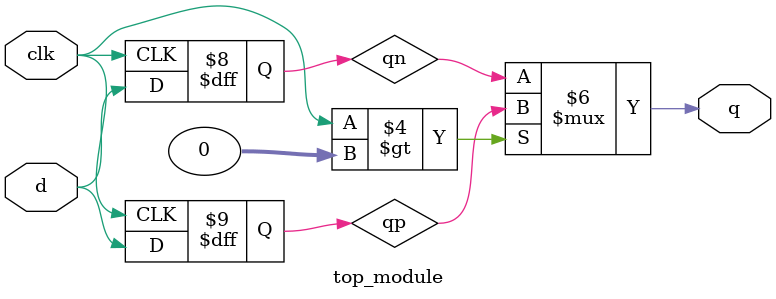
<source format=sv>
module top_module(
    input clk,
    input d,
    output reg q);

    reg qp;
    reg qn;

    always @(posedge clk) begin
        qp <= d;
    end

    always @(negedge clk) begin
        qn <= d;
    end

    always @(clk) begin
        if (clk > 0)
            q <= qp;
        else
            q <= qn;
    end

endmodule

</source>
